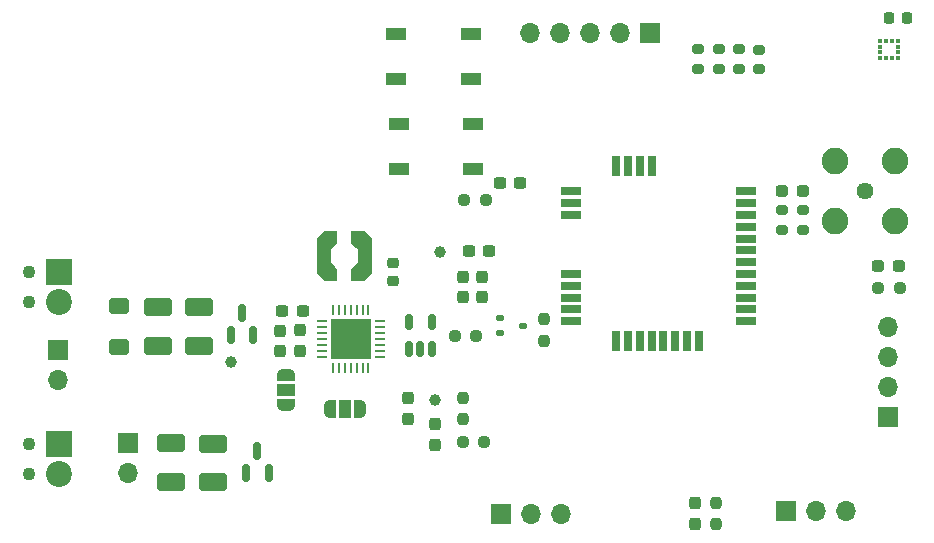
<source format=gbr>
%TF.GenerationSoftware,KiCad,Pcbnew,8.0.8*%
%TF.CreationDate,2025-02-24T17:42:22-08:00*%
%TF.ProjectId,all_in_one,616c6c5f-696e-45f6-9f6e-652e6b696361,rev?*%
%TF.SameCoordinates,Original*%
%TF.FileFunction,Soldermask,Top*%
%TF.FilePolarity,Negative*%
%FSLAX46Y46*%
G04 Gerber Fmt 4.6, Leading zero omitted, Abs format (unit mm)*
G04 Created by KiCad (PCBNEW 8.0.8) date 2025-02-24 17:42:22*
%MOMM*%
%LPD*%
G01*
G04 APERTURE LIST*
G04 Aperture macros list*
%AMRoundRect*
0 Rectangle with rounded corners*
0 $1 Rounding radius*
0 $2 $3 $4 $5 $6 $7 $8 $9 X,Y pos of 4 corners*
0 Add a 4 corners polygon primitive as box body*
4,1,4,$2,$3,$4,$5,$6,$7,$8,$9,$2,$3,0*
0 Add four circle primitives for the rounded corners*
1,1,$1+$1,$2,$3*
1,1,$1+$1,$4,$5*
1,1,$1+$1,$6,$7*
1,1,$1+$1,$8,$9*
0 Add four rect primitives between the rounded corners*
20,1,$1+$1,$2,$3,$4,$5,0*
20,1,$1+$1,$4,$5,$6,$7,0*
20,1,$1+$1,$6,$7,$8,$9,0*
20,1,$1+$1,$8,$9,$2,$3,0*%
%AMFreePoly0*
4,1,19,0.550000,-0.750000,0.000000,-0.750000,0.000000,-0.744911,-0.071157,-0.744911,-0.207708,-0.704816,-0.327430,-0.627875,-0.420627,-0.520320,-0.479746,-0.390866,-0.500000,-0.250000,-0.500000,0.250000,-0.479746,0.390866,-0.420627,0.520320,-0.327430,0.627875,-0.207708,0.704816,-0.071157,0.744911,0.000000,0.744911,0.000000,0.750000,0.550000,0.750000,0.550000,-0.750000,0.550000,-0.750000,
$1*%
%AMFreePoly1*
4,1,19,0.000000,0.744911,0.071157,0.744911,0.207708,0.704816,0.327430,0.627875,0.420627,0.520320,0.479746,0.390866,0.500000,0.250000,0.500000,-0.250000,0.479746,-0.390866,0.420627,-0.520320,0.327430,-0.627875,0.207708,-0.704816,0.071157,-0.744911,0.000000,-0.744911,0.000000,-0.750000,-0.550000,-0.750000,-0.550000,0.750000,0.000000,0.750000,0.000000,0.744911,0.000000,0.744911,
$1*%
G04 Aperture macros list end*
%ADD10C,0.000100*%
%ADD11R,1.700000X1.000000*%
%ADD12O,1.700000X1.700000*%
%ADD13R,1.700000X1.700000*%
%ADD14RoundRect,0.237500X-0.250000X-0.237500X0.250000X-0.237500X0.250000X0.237500X-0.250000X0.237500X0*%
%ADD15RoundRect,0.150000X0.150000X-0.587500X0.150000X0.587500X-0.150000X0.587500X-0.150000X-0.587500X0*%
%ADD16RoundRect,0.237500X-0.237500X0.250000X-0.237500X-0.250000X0.237500X-0.250000X0.237500X0.250000X0*%
%ADD17C,1.000000*%
%ADD18RoundRect,0.237500X-0.287500X-0.237500X0.287500X-0.237500X0.287500X0.237500X-0.287500X0.237500X0*%
%ADD19RoundRect,0.250001X-0.924999X0.499999X-0.924999X-0.499999X0.924999X-0.499999X0.924999X0.499999X0*%
%ADD20RoundRect,0.237500X0.237500X-0.300000X0.237500X0.300000X-0.237500X0.300000X-0.237500X-0.300000X0*%
%ADD21RoundRect,0.237500X0.300000X0.237500X-0.300000X0.237500X-0.300000X-0.237500X0.300000X-0.237500X0*%
%ADD22RoundRect,0.237500X0.237500X-0.287500X0.237500X0.287500X-0.237500X0.287500X-0.237500X-0.287500X0*%
%ADD23FreePoly0,180.000000*%
%ADD24R,1.000000X1.500000*%
%ADD25FreePoly1,180.000000*%
%ADD26C,1.440000*%
%ADD27C,2.250000*%
%ADD28RoundRect,0.062500X-0.337500X-0.062500X0.337500X-0.062500X0.337500X0.062500X-0.337500X0.062500X0*%
%ADD29RoundRect,0.062500X-0.062500X-0.337500X0.062500X-0.337500X0.062500X0.337500X-0.062500X0.337500X0*%
%ADD30R,3.350000X3.350000*%
%ADD31RoundRect,0.112500X-0.237500X0.112500X-0.237500X-0.112500X0.237500X-0.112500X0.237500X0.112500X0*%
%ADD32C,1.100000*%
%ADD33R,2.200000X2.200000*%
%ADD34C,2.200000*%
%ADD35R,1.800000X0.700000*%
%ADD36R,0.700000X1.800000*%
%ADD37RoundRect,0.250000X-0.600000X0.400000X-0.600000X-0.400000X0.600000X-0.400000X0.600000X0.400000X0*%
%ADD38RoundRect,0.200000X-0.275000X0.200000X-0.275000X-0.200000X0.275000X-0.200000X0.275000X0.200000X0*%
%ADD39RoundRect,0.225000X0.250000X-0.225000X0.250000X0.225000X-0.250000X0.225000X-0.250000X-0.225000X0*%
%ADD40FreePoly0,90.000000*%
%ADD41R,1.500000X1.000000*%
%ADD42FreePoly1,90.000000*%
%ADD43RoundRect,0.237500X0.287500X0.237500X-0.287500X0.237500X-0.287500X-0.237500X0.287500X-0.237500X0*%
%ADD44RoundRect,0.237500X-0.300000X-0.237500X0.300000X-0.237500X0.300000X0.237500X-0.300000X0.237500X0*%
%ADD45RoundRect,0.237500X-0.237500X0.300000X-0.237500X-0.300000X0.237500X-0.300000X0.237500X0.300000X0*%
%ADD46RoundRect,0.225000X-0.225000X-0.250000X0.225000X-0.250000X0.225000X0.250000X-0.225000X0.250000X0*%
%ADD47R,0.376682X0.351536*%
%ADD48R,0.351536X0.376682*%
%ADD49RoundRect,0.150000X0.150000X-0.512500X0.150000X0.512500X-0.150000X0.512500X-0.150000X-0.512500X0*%
G04 APERTURE END LIST*
D10*
%TO.C,L1*%
X69075000Y-36300000D02*
X68525000Y-36850000D01*
X68525000Y-37950000D01*
X69075000Y-38500000D01*
X69075000Y-39450000D01*
X68025000Y-39450000D01*
X67425000Y-38850000D01*
X67425000Y-35950000D01*
X68025000Y-35350000D01*
X69075000Y-35350000D01*
X69075000Y-36300000D01*
G36*
X69075000Y-36300000D02*
G01*
X68525000Y-36850000D01*
X68525000Y-37950000D01*
X69075000Y-38500000D01*
X69075000Y-39450000D01*
X68025000Y-39450000D01*
X67425000Y-38850000D01*
X67425000Y-35950000D01*
X68025000Y-35350000D01*
X69075000Y-35350000D01*
X69075000Y-36300000D01*
G37*
X72025000Y-35950000D02*
X72025000Y-38850000D01*
X71425000Y-39450000D01*
X71375000Y-39450000D01*
X70375000Y-39450000D01*
X70375000Y-38500000D01*
X70925000Y-37950000D01*
X70925000Y-36850000D01*
X70375000Y-36300000D01*
X70375000Y-35350000D01*
X71425000Y-35350000D01*
X72025000Y-35950000D01*
G36*
X72025000Y-35950000D02*
G01*
X72025000Y-38850000D01*
X71425000Y-39450000D01*
X71375000Y-39450000D01*
X70375000Y-39450000D01*
X70375000Y-38500000D01*
X70925000Y-37950000D01*
X70925000Y-36850000D01*
X70375000Y-36300000D01*
X70375000Y-35350000D01*
X71425000Y-35350000D01*
X72025000Y-35950000D01*
G37*
%TD*%
D11*
%TO.C,SW1*%
X74380000Y-26260000D03*
X80680000Y-26260000D03*
X74380000Y-30060000D03*
X80680000Y-30060000D03*
%TD*%
D12*
%TO.C,J5*%
X85450000Y-18540000D03*
X87990000Y-18540000D03*
X90530000Y-18540000D03*
X93070000Y-18540000D03*
D13*
X95610000Y-18540000D03*
%TD*%
D14*
%TO.C,R9*%
X114957500Y-40120000D03*
X116782500Y-40120000D03*
%TD*%
D15*
%TO.C,Q2*%
X61450000Y-55785000D03*
X63350000Y-55785000D03*
X62400000Y-53910000D03*
%TD*%
D14*
%TO.C,R2*%
X79797500Y-53160000D03*
X81622500Y-53160000D03*
%TD*%
D16*
%TO.C,R8*%
X101200000Y-58325000D03*
X101200000Y-60150000D03*
%TD*%
D17*
%TO.C,TP1*%
X60170000Y-46430000D03*
%TD*%
D18*
%TO.C,L3*%
X106815000Y-31935000D03*
X108565000Y-31935000D03*
%TD*%
D17*
%TO.C,TP2*%
X77420000Y-49630000D03*
%TD*%
D19*
%TO.C,C2*%
X55080000Y-53290000D03*
X55080000Y-56540000D03*
%TD*%
D20*
%TO.C,C12*%
X81450000Y-40902500D03*
X81450000Y-39177500D03*
%TD*%
D21*
%TO.C,C7*%
X66240000Y-42080000D03*
X64515000Y-42080000D03*
%TD*%
D19*
%TO.C,C4*%
X58620000Y-53310000D03*
X58620000Y-56560000D03*
%TD*%
D22*
%TO.C,D2*%
X99470000Y-60107500D03*
X99470000Y-58357500D03*
%TD*%
D23*
%TO.C,JP1*%
X71130000Y-50350000D03*
D24*
X69830000Y-50350000D03*
D25*
X68530000Y-50350000D03*
%TD*%
D26*
%TO.C,J8*%
X113890000Y-31950000D03*
D27*
X111350000Y-29410000D03*
X111350000Y-34490000D03*
X116430000Y-29410000D03*
X116430000Y-34490000D03*
%TD*%
D28*
%TO.C,U1*%
X67860000Y-42970000D03*
X67860000Y-43470000D03*
X67860000Y-43970000D03*
X67860000Y-44470000D03*
X67860000Y-44970000D03*
X67860000Y-45470000D03*
X67860000Y-45970000D03*
D29*
X68810000Y-46920000D03*
X69310000Y-46920000D03*
X69810000Y-46920000D03*
X70310000Y-46920000D03*
X70810000Y-46920000D03*
X71310000Y-46920000D03*
X71810000Y-46920000D03*
D28*
X72760000Y-45970000D03*
X72760000Y-45470000D03*
X72760000Y-44970000D03*
X72760000Y-44470000D03*
X72760000Y-43970000D03*
X72760000Y-43470000D03*
X72760000Y-42970000D03*
D29*
X71810000Y-42020000D03*
X71310000Y-42020000D03*
X70810000Y-42020000D03*
X70310000Y-42020000D03*
X69810000Y-42020000D03*
X69310000Y-42020000D03*
X68810000Y-42020000D03*
D30*
X70310000Y-44470000D03*
%TD*%
D31*
%TO.C,Q3*%
X82920000Y-42670000D03*
X82920000Y-43970000D03*
X84920000Y-43320000D03*
%TD*%
D32*
%TO.C,J4*%
X43050000Y-53350000D03*
X43050000Y-55890000D03*
D33*
X45590000Y-53350000D03*
D34*
X45590000Y-55890000D03*
%TD*%
D15*
%TO.C,Q1*%
X60150000Y-44120000D03*
X62050000Y-44120000D03*
X61100000Y-42245000D03*
%TD*%
D14*
%TO.C,R5*%
X79907500Y-32730000D03*
X81732500Y-32730000D03*
%TD*%
D19*
%TO.C,C3*%
X57440000Y-41780000D03*
X57440000Y-45030000D03*
%TD*%
D16*
%TO.C,R1*%
X79790000Y-49437500D03*
X79790000Y-51262500D03*
%TD*%
D35*
%TO.C,U3*%
X103745000Y-42955000D03*
X103745000Y-41955000D03*
X103745000Y-40955000D03*
X103745000Y-39955000D03*
X103745000Y-38955000D03*
X103745000Y-37955000D03*
X103745000Y-36955000D03*
X103745000Y-35955000D03*
X103745000Y-34955000D03*
X103745000Y-33955000D03*
X103745000Y-32955000D03*
X103745000Y-31955000D03*
D36*
X95790000Y-29820000D03*
X94790000Y-29820000D03*
X93790000Y-29820000D03*
X92790000Y-29820000D03*
D35*
X88945000Y-31955000D03*
X88945000Y-32955000D03*
X88945000Y-33955000D03*
X88945000Y-38955000D03*
X88945000Y-39955000D03*
X88945000Y-40955000D03*
X88945000Y-41955000D03*
X88945000Y-42955000D03*
D36*
X92790000Y-44620000D03*
X93790000Y-44620000D03*
X94790000Y-44620000D03*
X95790000Y-44620000D03*
X96790000Y-44620000D03*
X97790000Y-44620000D03*
X98790000Y-44620000D03*
X99790000Y-44620000D03*
%TD*%
D37*
%TO.C,D1*%
X50730000Y-41630000D03*
X50730000Y-45130000D03*
%TD*%
D13*
%TO.C,J6*%
X115820000Y-51050000D03*
D12*
X115820000Y-48510000D03*
X115820000Y-45970000D03*
X115820000Y-43430000D03*
%TD*%
D17*
%TO.C,TP3*%
X77890000Y-37060000D03*
%TD*%
D38*
%TO.C,R13*%
X103150000Y-19930000D03*
X103150000Y-21580000D03*
%TD*%
%TO.C,R15*%
X108600000Y-33560000D03*
X108600000Y-35210000D03*
%TD*%
%TO.C,R14*%
X106820000Y-33565000D03*
X106820000Y-35215000D03*
%TD*%
D39*
%TO.C,C6*%
X73905000Y-39535000D03*
X73905000Y-37985000D03*
%TD*%
D40*
%TO.C,JP2*%
X64820000Y-50090000D03*
D41*
X64820000Y-48790000D03*
D42*
X64820000Y-47490000D03*
%TD*%
D14*
%TO.C,R3*%
X79120000Y-44190000D03*
X80945000Y-44190000D03*
%TD*%
D13*
%TO.C,J9*%
X107150000Y-59040000D03*
D12*
X109690000Y-59040000D03*
X112230000Y-59040000D03*
%TD*%
D20*
%TO.C,C9*%
X75180000Y-51220000D03*
X75180000Y-49495000D03*
%TD*%
D11*
%TO.C,SW2*%
X74170000Y-18660000D03*
X80470000Y-18660000D03*
X74170000Y-22460000D03*
X80470000Y-22460000D03*
%TD*%
D20*
%TO.C,C8*%
X64310000Y-45472500D03*
X64310000Y-43747500D03*
%TD*%
D43*
%TO.C,D3*%
X116740000Y-38300000D03*
X114990000Y-38300000D03*
%TD*%
D13*
%TO.C,J7*%
X83050000Y-59290000D03*
D12*
X85590000Y-59290000D03*
X88130000Y-59290000D03*
%TD*%
D44*
%TO.C,C11*%
X82955000Y-31270000D03*
X84680000Y-31270000D03*
%TD*%
D20*
%TO.C,C13*%
X79790000Y-40902500D03*
X79790000Y-39177500D03*
%TD*%
D45*
%TO.C,C5*%
X77420000Y-51677500D03*
X77420000Y-53402500D03*
%TD*%
D19*
%TO.C,C1*%
X54010000Y-41780000D03*
X54010000Y-45030000D03*
%TD*%
D22*
%TO.C,L2*%
X66000000Y-45480000D03*
X66000000Y-43730000D03*
%TD*%
D13*
%TO.C,J3*%
X51420000Y-53280000D03*
D12*
X51420000Y-55820000D03*
%TD*%
D38*
%TO.C,R10*%
X101490000Y-19940000D03*
X101490000Y-21590000D03*
%TD*%
D16*
%TO.C,R4*%
X86640000Y-42797500D03*
X86640000Y-44622500D03*
%TD*%
D38*
%TO.C,R11*%
X99740000Y-19930000D03*
X99740000Y-21580000D03*
%TD*%
D13*
%TO.C,J1*%
X45540000Y-45400000D03*
D12*
X45540000Y-47940000D03*
%TD*%
D46*
%TO.C,C14*%
X115865000Y-17290000D03*
X117415000Y-17290000D03*
%TD*%
D32*
%TO.C,J2*%
X43110000Y-38800000D03*
X43110000Y-41340000D03*
D33*
X45650000Y-38800000D03*
D34*
X45650000Y-41340000D03*
%TD*%
D47*
%TO.C,U4*%
X116630002Y-20700002D03*
X116630002Y-20200001D03*
X116630002Y-19700001D03*
X116630002Y-19200000D03*
D48*
X116130001Y-19200000D03*
X115630001Y-19200000D03*
D47*
X115130000Y-19200000D03*
X115130000Y-19700001D03*
X115130000Y-20200001D03*
X115130000Y-20700002D03*
D48*
X115630001Y-20700002D03*
X116130001Y-20700002D03*
%TD*%
D44*
%TO.C,C10*%
X80287500Y-37010000D03*
X82012500Y-37010000D03*
%TD*%
D49*
%TO.C,U2*%
X75260000Y-45320000D03*
X76210000Y-45320000D03*
X77160000Y-45320000D03*
X77160000Y-43045000D03*
X75260000Y-43045000D03*
%TD*%
D38*
%TO.C,R12*%
X104860000Y-19965000D03*
X104860000Y-21615000D03*
%TD*%
M02*

</source>
